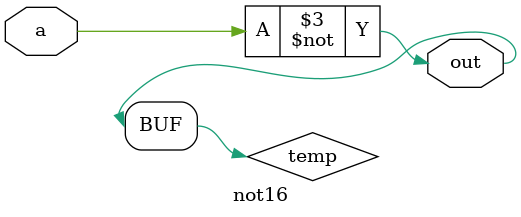
<source format=v>
module not16 (
    input wire a,
    output wire out
);

    reg temp;
    always @(*) begin
        temp = ~(a & a);
    end

    assign out = temp;
endmodule

</source>
